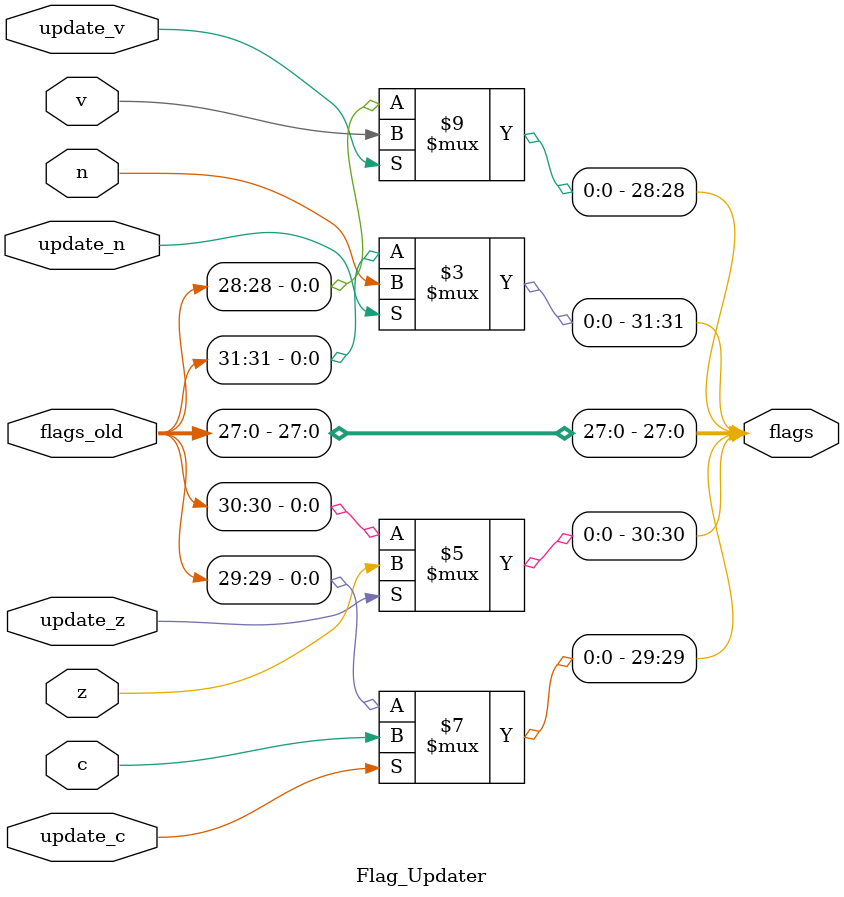
<source format=v>
`define BIT_SIZE 32

module Flag_Updater (input z, n, v, c, update_z, update_n, update_v, update_c, input [`BIT_SIZE-1:0] flags_old, output reg [`BIT_SIZE-1:0] flags) ;

	always @(*) begin
		flags[`BIT_SIZE-5:0] = flags_old[`BIT_SIZE-5:0];
		flags[`BIT_SIZE-1] = (update_n == 1)? n : flags_old[`BIT_SIZE-1];
		flags[`BIT_SIZE-2] = (update_z == 1)? z : flags_old[`BIT_SIZE-2];
		flags[`BIT_SIZE-3] = (update_c == 1)? c : flags_old[`BIT_SIZE-3];
		flags[`BIT_SIZE-4] = (update_v == 1)? v : flags_old[`BIT_SIZE-4];
	end

endmodule
</source>
